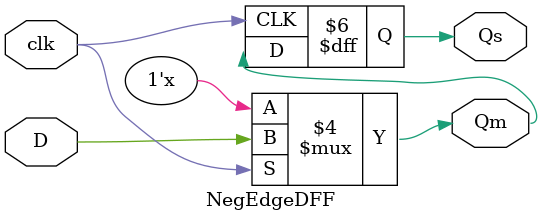
<source format=v>
`timescale 1ns / 1ps

module NegEdgeDFF(
    input       D,
    input       clk,
    output reg  Qm,
    output reg  Qs
    );
    
    always @ (D or clk) begin
        if (clk)
            Qm = D;
    end
    
    always @ (negedge clk) begin
        Qs = Qm;
    end
    
endmodule
    
</source>
